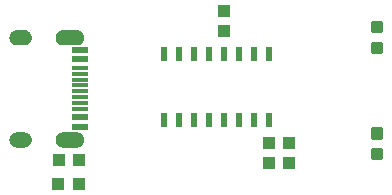
<source format=gtp>
G75*
%MOIN*%
%OFA0B0*%
%FSLAX24Y24*%
%IPPOS*%
%LPD*%
%AMOC8*
5,1,8,0,0,1.08239X$1,22.5*
%
%ADD10R,0.0433X0.0394*%
%ADD11R,0.0394X0.0433*%
%ADD12C,0.0118*%
%ADD13R,0.0236X0.0472*%
%ADD14R,0.0571X0.0118*%
%ADD15R,0.0571X0.0236*%
%ADD16R,0.0571X0.0217*%
%ADD17C,0.0004*%
D10*
X009822Y013983D03*
X010491Y013983D03*
X010511Y014783D03*
X009842Y014783D03*
D11*
X015346Y019099D03*
X015346Y019768D03*
X016846Y015368D03*
X017496Y015368D03*
X017496Y014699D03*
X016846Y014699D03*
D12*
X020308Y014850D02*
X020584Y014850D01*
X020308Y014850D02*
X020308Y015126D01*
X020584Y015126D01*
X020584Y014850D01*
X020584Y014967D02*
X020308Y014967D01*
X020308Y015084D02*
X020584Y015084D01*
X020584Y015541D02*
X020308Y015541D01*
X020308Y015817D01*
X020584Y015817D01*
X020584Y015541D01*
X020584Y015658D02*
X020308Y015658D01*
X020308Y015775D02*
X020584Y015775D01*
X020584Y018400D02*
X020308Y018400D01*
X020308Y018676D01*
X020584Y018676D01*
X020584Y018400D01*
X020584Y018517D02*
X020308Y018517D01*
X020308Y018634D02*
X020584Y018634D01*
X020584Y019091D02*
X020308Y019091D01*
X020308Y019367D01*
X020584Y019367D01*
X020584Y019091D01*
X020584Y019208D02*
X020308Y019208D01*
X020308Y019325D02*
X020584Y019325D01*
D13*
X016846Y018336D03*
X016346Y018336D03*
X015846Y018336D03*
X015346Y018336D03*
X014846Y018336D03*
X014346Y018336D03*
X013846Y018336D03*
X013346Y018336D03*
X013346Y016131D03*
X013846Y016131D03*
X014346Y016131D03*
X014846Y016131D03*
X015346Y016131D03*
X015846Y016131D03*
X016346Y016131D03*
X016846Y016131D03*
D14*
X010546Y016494D03*
X010546Y016691D03*
X010546Y016888D03*
X010546Y017085D03*
X010546Y017282D03*
X010546Y017479D03*
X010546Y017675D03*
X010546Y017872D03*
D15*
X010546Y018453D03*
X010546Y015914D03*
D16*
X010546Y016219D03*
X010546Y018148D03*
D17*
X010471Y018656D02*
X010420Y018648D01*
X009948Y018648D01*
X009898Y018656D01*
X009851Y018675D01*
X009810Y018704D01*
X009776Y018741D01*
X009751Y018785D01*
X009736Y018834D01*
X009733Y018884D01*
X009736Y018935D01*
X009737Y018935D02*
X010634Y018935D01*
X010634Y018937D02*
X009737Y018937D01*
X009736Y018935D02*
X009751Y018983D01*
X009776Y019027D01*
X009810Y019064D01*
X009851Y019093D01*
X009898Y019112D01*
X009948Y019120D01*
X010420Y019120D01*
X010464Y019114D01*
X010507Y019100D01*
X010545Y019077D01*
X010578Y019047D01*
X010605Y019012D01*
X010625Y018972D01*
X010636Y018929D01*
X010639Y018884D01*
X010635Y018833D01*
X010620Y018785D01*
X010595Y018740D01*
X010560Y018703D01*
X010518Y018674D01*
X010471Y018656D01*
X010474Y018657D02*
X009895Y018657D01*
X009889Y018660D02*
X010481Y018660D01*
X010487Y018662D02*
X009883Y018662D01*
X009877Y018664D02*
X010493Y018664D01*
X010499Y018667D02*
X009871Y018667D01*
X009865Y018669D02*
X010505Y018669D01*
X010511Y018672D02*
X009859Y018672D01*
X009853Y018674D02*
X010518Y018674D01*
X010521Y018677D02*
X009849Y018677D01*
X009845Y018679D02*
X010525Y018679D01*
X010528Y018681D02*
X009842Y018681D01*
X009838Y018684D02*
X010532Y018684D01*
X010536Y018686D02*
X009835Y018686D01*
X009831Y018689D02*
X010539Y018689D01*
X010543Y018691D02*
X009828Y018691D01*
X009824Y018694D02*
X010546Y018694D01*
X010550Y018696D02*
X009821Y018696D01*
X009817Y018699D02*
X010553Y018699D01*
X010557Y018701D02*
X009814Y018701D01*
X009810Y018703D02*
X010560Y018703D01*
X010563Y018706D02*
X009808Y018706D01*
X009806Y018708D02*
X010565Y018708D01*
X010567Y018711D02*
X009803Y018711D01*
X009801Y018713D02*
X010569Y018713D01*
X010572Y018716D02*
X009799Y018716D01*
X009797Y018718D02*
X010574Y018718D01*
X010576Y018720D02*
X009794Y018720D01*
X009792Y018723D02*
X010578Y018723D01*
X010581Y018725D02*
X009790Y018725D01*
X009788Y018728D02*
X010583Y018728D01*
X010585Y018730D02*
X009786Y018730D01*
X009783Y018733D02*
X010587Y018733D01*
X010590Y018735D02*
X009781Y018735D01*
X009779Y018738D02*
X010592Y018738D01*
X010594Y018740D02*
X009777Y018740D01*
X009775Y018742D02*
X010596Y018742D01*
X010597Y018745D02*
X009774Y018745D01*
X009772Y018747D02*
X010599Y018747D01*
X010600Y018750D02*
X009771Y018750D01*
X009769Y018752D02*
X010601Y018752D01*
X010603Y018755D02*
X009768Y018755D01*
X009767Y018757D02*
X010604Y018757D01*
X010606Y018759D02*
X009765Y018759D01*
X009764Y018762D02*
X010607Y018762D01*
X010608Y018764D02*
X009763Y018764D01*
X009761Y018767D02*
X010610Y018767D01*
X010611Y018769D02*
X009760Y018769D01*
X009758Y018772D02*
X010613Y018772D01*
X010614Y018774D02*
X009757Y018774D01*
X009756Y018776D02*
X010615Y018776D01*
X010617Y018779D02*
X009754Y018779D01*
X009753Y018781D02*
X010618Y018781D01*
X010620Y018784D02*
X009752Y018784D01*
X009751Y018786D02*
X010621Y018786D01*
X010621Y018789D02*
X009750Y018789D01*
X009749Y018791D02*
X010622Y018791D01*
X010623Y018794D02*
X009748Y018794D01*
X009748Y018796D02*
X010624Y018796D01*
X010624Y018798D02*
X009747Y018798D01*
X009746Y018801D02*
X010625Y018801D01*
X010626Y018803D02*
X009745Y018803D01*
X009745Y018806D02*
X010627Y018806D01*
X010627Y018808D02*
X009744Y018808D01*
X009743Y018811D02*
X010628Y018811D01*
X010629Y018813D02*
X009743Y018813D01*
X009742Y018815D02*
X010630Y018815D01*
X010630Y018818D02*
X009741Y018818D01*
X009740Y018820D02*
X010631Y018820D01*
X010632Y018823D02*
X009740Y018823D01*
X009739Y018825D02*
X010633Y018825D01*
X010633Y018828D02*
X009738Y018828D01*
X009737Y018830D02*
X010634Y018830D01*
X010635Y018833D02*
X009737Y018833D01*
X009736Y018835D02*
X010635Y018835D01*
X010635Y018837D02*
X009736Y018837D01*
X009736Y018840D02*
X010635Y018840D01*
X010636Y018842D02*
X009736Y018842D01*
X009736Y018845D02*
X010636Y018845D01*
X010636Y018847D02*
X009736Y018847D01*
X009735Y018850D02*
X010636Y018850D01*
X010636Y018852D02*
X009735Y018852D01*
X009735Y018854D02*
X010637Y018854D01*
X010637Y018857D02*
X009735Y018857D01*
X009735Y018859D02*
X010637Y018859D01*
X010637Y018862D02*
X009735Y018862D01*
X009734Y018864D02*
X010637Y018864D01*
X010637Y018867D02*
X009734Y018867D01*
X009734Y018869D02*
X010638Y018869D01*
X010638Y018872D02*
X009734Y018872D01*
X009734Y018874D02*
X010638Y018874D01*
X010638Y018876D02*
X009734Y018876D01*
X009734Y018879D02*
X010638Y018879D01*
X010638Y018881D02*
X009733Y018881D01*
X009733Y018884D02*
X010639Y018884D01*
X010639Y018886D02*
X009733Y018886D01*
X009733Y018889D02*
X010638Y018889D01*
X010638Y018891D02*
X009734Y018891D01*
X009734Y018893D02*
X010638Y018893D01*
X010638Y018896D02*
X009734Y018896D01*
X009734Y018898D02*
X010638Y018898D01*
X010638Y018901D02*
X009734Y018901D01*
X009734Y018903D02*
X010638Y018903D01*
X010637Y018906D02*
X009735Y018906D01*
X009735Y018908D02*
X010637Y018908D01*
X010637Y018911D02*
X009735Y018911D01*
X009735Y018913D02*
X010637Y018913D01*
X010637Y018915D02*
X009735Y018915D01*
X009735Y018918D02*
X010637Y018918D01*
X010637Y018920D02*
X009736Y018920D01*
X009736Y018923D02*
X010636Y018923D01*
X010636Y018925D02*
X009736Y018925D01*
X009736Y018928D02*
X010636Y018928D01*
X010636Y018930D02*
X009736Y018930D01*
X009736Y018932D02*
X010635Y018932D01*
X010633Y018940D02*
X009738Y018940D01*
X009739Y018942D02*
X010633Y018942D01*
X010632Y018945D02*
X009739Y018945D01*
X009740Y018947D02*
X010631Y018947D01*
X010631Y018950D02*
X009741Y018950D01*
X009742Y018952D02*
X010630Y018952D01*
X010629Y018954D02*
X009742Y018954D01*
X009743Y018957D02*
X010629Y018957D01*
X010628Y018959D02*
X009744Y018959D01*
X009745Y018962D02*
X010627Y018962D01*
X010627Y018964D02*
X009745Y018964D01*
X009746Y018967D02*
X010626Y018967D01*
X010626Y018969D02*
X009747Y018969D01*
X009747Y018971D02*
X010625Y018971D01*
X010624Y018974D02*
X009748Y018974D01*
X009749Y018976D02*
X010623Y018976D01*
X010621Y018979D02*
X009750Y018979D01*
X009750Y018981D02*
X010620Y018981D01*
X010619Y018984D02*
X009751Y018984D01*
X009753Y018986D02*
X010618Y018986D01*
X010617Y018989D02*
X009754Y018989D01*
X009755Y018991D02*
X010615Y018991D01*
X010614Y018993D02*
X009757Y018993D01*
X009758Y018996D02*
X010613Y018996D01*
X010612Y018998D02*
X009759Y018998D01*
X009761Y019001D02*
X010611Y019001D01*
X010610Y019003D02*
X009762Y019003D01*
X009764Y019006D02*
X010608Y019006D01*
X010607Y019008D02*
X009765Y019008D01*
X009766Y019010D02*
X010606Y019010D01*
X010605Y019013D02*
X009768Y019013D01*
X009769Y019015D02*
X010603Y019015D01*
X010601Y019018D02*
X009770Y019018D01*
X009772Y019020D02*
X010599Y019020D01*
X010597Y019023D02*
X009773Y019023D01*
X009775Y019025D02*
X010595Y019025D01*
X010593Y019028D02*
X009776Y019028D01*
X009778Y019030D02*
X010592Y019030D01*
X010590Y019032D02*
X009781Y019032D01*
X009783Y019035D02*
X010588Y019035D01*
X010586Y019037D02*
X009785Y019037D01*
X009787Y019040D02*
X010584Y019040D01*
X010582Y019042D02*
X009789Y019042D01*
X009792Y019045D02*
X010581Y019045D01*
X010579Y019047D02*
X009794Y019047D01*
X009796Y019049D02*
X010576Y019049D01*
X010573Y019052D02*
X009798Y019052D01*
X009800Y019054D02*
X010571Y019054D01*
X010568Y019057D02*
X009803Y019057D01*
X009805Y019059D02*
X010565Y019059D01*
X010562Y019062D02*
X009807Y019062D01*
X009809Y019064D02*
X010560Y019064D01*
X010557Y019067D02*
X009813Y019067D01*
X009816Y019069D02*
X010554Y019069D01*
X010551Y019071D02*
X009820Y019071D01*
X009823Y019074D02*
X010549Y019074D01*
X010546Y019076D02*
X009827Y019076D01*
X009830Y019079D02*
X010542Y019079D01*
X010538Y019081D02*
X009834Y019081D01*
X009837Y019084D02*
X010534Y019084D01*
X010530Y019086D02*
X009841Y019086D01*
X009844Y019088D02*
X010526Y019088D01*
X010521Y019091D02*
X009848Y019091D01*
X009851Y019093D02*
X010517Y019093D01*
X010513Y019096D02*
X009857Y019096D01*
X009863Y019098D02*
X010509Y019098D01*
X010504Y019101D02*
X009869Y019101D01*
X009875Y019103D02*
X010497Y019103D01*
X010490Y019106D02*
X009881Y019106D01*
X009887Y019108D02*
X010483Y019108D01*
X010475Y019110D02*
X009893Y019110D01*
X009901Y019113D02*
X010468Y019113D01*
X010457Y019115D02*
X009916Y019115D01*
X009932Y019118D02*
X010439Y019118D01*
X010422Y019120D02*
X009947Y019120D01*
X009906Y018655D02*
X010464Y018655D01*
X010448Y018652D02*
X009921Y018652D01*
X009936Y018650D02*
X010432Y018650D01*
X008890Y018838D02*
X008876Y018793D01*
X008854Y018753D01*
X008824Y018717D01*
X008788Y018687D01*
X008747Y018666D01*
X008703Y018652D01*
X008656Y018648D01*
X008420Y018648D01*
X008374Y018653D01*
X008330Y018666D01*
X008290Y018688D01*
X008254Y018717D01*
X008225Y018753D01*
X008203Y018794D01*
X008190Y018838D01*
X008186Y018884D01*
X008192Y018936D01*
X008209Y018986D01*
X008871Y018986D01*
X008871Y018987D02*
X008888Y018937D01*
X008192Y018937D01*
X008191Y018935D02*
X008889Y018935D01*
X008888Y018937D02*
X008895Y018884D01*
X008890Y018838D01*
X008890Y018837D02*
X008191Y018837D01*
X008191Y018835D02*
X008889Y018835D01*
X008888Y018833D02*
X008192Y018833D01*
X008193Y018830D02*
X008887Y018830D01*
X008887Y018828D02*
X008193Y018828D01*
X008194Y018825D02*
X008886Y018825D01*
X008885Y018823D02*
X008195Y018823D01*
X008196Y018820D02*
X008884Y018820D01*
X008884Y018818D02*
X008196Y018818D01*
X008197Y018815D02*
X008883Y018815D01*
X008882Y018813D02*
X008198Y018813D01*
X008199Y018811D02*
X008881Y018811D01*
X008881Y018808D02*
X008199Y018808D01*
X008200Y018806D02*
X008880Y018806D01*
X008879Y018803D02*
X008201Y018803D01*
X008201Y018801D02*
X008878Y018801D01*
X008878Y018798D02*
X008202Y018798D01*
X008203Y018796D02*
X008877Y018796D01*
X008876Y018794D02*
X008204Y018794D01*
X008205Y018791D02*
X008875Y018791D01*
X008874Y018789D02*
X008206Y018789D01*
X008208Y018786D02*
X008872Y018786D01*
X008871Y018784D02*
X008209Y018784D01*
X008210Y018781D02*
X008870Y018781D01*
X008868Y018779D02*
X008211Y018779D01*
X008213Y018776D02*
X008867Y018776D01*
X008866Y018774D02*
X008214Y018774D01*
X008215Y018772D02*
X008864Y018772D01*
X008863Y018769D02*
X008217Y018769D01*
X008218Y018767D02*
X008862Y018767D01*
X008860Y018764D02*
X008219Y018764D01*
X008220Y018762D02*
X008859Y018762D01*
X008858Y018759D02*
X008222Y018759D01*
X008223Y018757D02*
X008857Y018757D01*
X008855Y018755D02*
X008224Y018755D01*
X008226Y018752D02*
X008854Y018752D01*
X008852Y018750D02*
X008228Y018750D01*
X008230Y018747D02*
X008850Y018747D01*
X008848Y018745D02*
X008232Y018745D01*
X008234Y018742D02*
X008846Y018742D01*
X008844Y018740D02*
X008236Y018740D01*
X008238Y018738D02*
X008842Y018738D01*
X008840Y018735D02*
X008240Y018735D01*
X008242Y018733D02*
X008838Y018733D01*
X008836Y018730D02*
X008244Y018730D01*
X008246Y018728D02*
X008834Y018728D01*
X008832Y018725D02*
X008248Y018725D01*
X008250Y018723D02*
X008830Y018723D01*
X008828Y018720D02*
X008252Y018720D01*
X008254Y018718D02*
X008826Y018718D01*
X008823Y018716D02*
X008256Y018716D01*
X008259Y018713D02*
X008820Y018713D01*
X008817Y018711D02*
X008262Y018711D01*
X008265Y018708D02*
X008814Y018708D01*
X008811Y018706D02*
X008268Y018706D01*
X008271Y018703D02*
X008808Y018703D01*
X008805Y018701D02*
X008274Y018701D01*
X008277Y018699D02*
X008802Y018699D01*
X008799Y018696D02*
X008280Y018696D01*
X008283Y018694D02*
X008796Y018694D01*
X008793Y018691D02*
X008286Y018691D01*
X008289Y018689D02*
X008790Y018689D01*
X008786Y018686D02*
X008293Y018686D01*
X008297Y018684D02*
X008782Y018684D01*
X008777Y018681D02*
X008302Y018681D01*
X008306Y018679D02*
X008773Y018679D01*
X008768Y018677D02*
X008311Y018677D01*
X008316Y018674D02*
X008763Y018674D01*
X008759Y018672D02*
X008320Y018672D01*
X008325Y018669D02*
X008754Y018669D01*
X008750Y018667D02*
X008329Y018667D01*
X008336Y018664D02*
X008743Y018664D01*
X008735Y018662D02*
X008344Y018662D01*
X008352Y018660D02*
X008727Y018660D01*
X008719Y018657D02*
X008360Y018657D01*
X008368Y018655D02*
X008711Y018655D01*
X008702Y018652D02*
X008378Y018652D01*
X008402Y018650D02*
X008676Y018650D01*
X008890Y018840D02*
X008190Y018840D01*
X008190Y018842D02*
X008890Y018842D01*
X008891Y018845D02*
X008190Y018845D01*
X008189Y018847D02*
X008891Y018847D01*
X008891Y018850D02*
X008189Y018850D01*
X008189Y018852D02*
X008891Y018852D01*
X008892Y018854D02*
X008189Y018854D01*
X008189Y018857D02*
X008892Y018857D01*
X008892Y018859D02*
X008188Y018859D01*
X008188Y018862D02*
X008892Y018862D01*
X008893Y018864D02*
X008188Y018864D01*
X008188Y018867D02*
X008893Y018867D01*
X008893Y018869D02*
X008187Y018869D01*
X008187Y018872D02*
X008893Y018872D01*
X008894Y018874D02*
X008187Y018874D01*
X008187Y018876D02*
X008894Y018876D01*
X008894Y018879D02*
X008186Y018879D01*
X008186Y018881D02*
X008894Y018881D01*
X008895Y018884D02*
X008186Y018884D01*
X008186Y018886D02*
X008894Y018886D01*
X008894Y018889D02*
X008186Y018889D01*
X008187Y018891D02*
X008894Y018891D01*
X008894Y018893D02*
X008187Y018893D01*
X008187Y018896D02*
X008893Y018896D01*
X008893Y018898D02*
X008187Y018898D01*
X008188Y018901D02*
X008893Y018901D01*
X008892Y018903D02*
X008188Y018903D01*
X008188Y018906D02*
X008892Y018906D01*
X008892Y018908D02*
X008189Y018908D01*
X008189Y018911D02*
X008892Y018911D01*
X008891Y018913D02*
X008189Y018913D01*
X008189Y018915D02*
X008891Y018915D01*
X008891Y018918D02*
X008190Y018918D01*
X008190Y018920D02*
X008890Y018920D01*
X008890Y018923D02*
X008190Y018923D01*
X008190Y018925D02*
X008890Y018925D01*
X008890Y018928D02*
X008191Y018928D01*
X008191Y018930D02*
X008889Y018930D01*
X008889Y018932D02*
X008191Y018932D01*
X008193Y018940D02*
X008887Y018940D01*
X008887Y018942D02*
X008194Y018942D01*
X008194Y018945D02*
X008886Y018945D01*
X008885Y018947D02*
X008195Y018947D01*
X008196Y018950D02*
X008884Y018950D01*
X008883Y018952D02*
X008197Y018952D01*
X008198Y018954D02*
X008882Y018954D01*
X008881Y018957D02*
X008199Y018957D01*
X008199Y018959D02*
X008880Y018959D01*
X008880Y018962D02*
X008200Y018962D01*
X008201Y018964D02*
X008879Y018964D01*
X008878Y018967D02*
X008202Y018967D01*
X008203Y018969D02*
X008877Y018969D01*
X008876Y018971D02*
X008204Y018971D01*
X008205Y018974D02*
X008875Y018974D01*
X008874Y018976D02*
X008205Y018976D01*
X008206Y018979D02*
X008874Y018979D01*
X008873Y018981D02*
X008207Y018981D01*
X008208Y018984D02*
X008872Y018984D01*
X008871Y018987D02*
X008842Y019032D01*
X008805Y019069D01*
X008275Y019069D01*
X008274Y019068D02*
X008318Y019097D01*
X008368Y019114D01*
X008420Y019120D01*
X008656Y019120D01*
X008709Y019115D01*
X008759Y019097D01*
X008805Y019069D01*
X008807Y019067D02*
X008272Y019067D01*
X008274Y019068D02*
X008237Y019031D01*
X008209Y018986D01*
X008210Y018989D02*
X008870Y018989D01*
X008868Y018991D02*
X008212Y018991D01*
X008213Y018993D02*
X008867Y018993D01*
X008865Y018996D02*
X008215Y018996D01*
X008216Y018998D02*
X008863Y018998D01*
X008862Y019001D02*
X008218Y019001D01*
X008219Y019003D02*
X008860Y019003D01*
X008859Y019006D02*
X008221Y019006D01*
X008222Y019008D02*
X008857Y019008D01*
X008856Y019010D02*
X008224Y019010D01*
X008225Y019013D02*
X008854Y019013D01*
X008853Y019015D02*
X008227Y019015D01*
X008228Y019018D02*
X008851Y019018D01*
X008850Y019020D02*
X008230Y019020D01*
X008231Y019023D02*
X008848Y019023D01*
X008846Y019025D02*
X008233Y019025D01*
X008234Y019028D02*
X008845Y019028D01*
X008843Y019030D02*
X008236Y019030D01*
X008238Y019032D02*
X008842Y019032D01*
X008839Y019035D02*
X008240Y019035D01*
X008243Y019037D02*
X008837Y019037D01*
X008834Y019040D02*
X008245Y019040D01*
X008248Y019042D02*
X008832Y019042D01*
X008829Y019045D02*
X008250Y019045D01*
X008253Y019047D02*
X008827Y019047D01*
X008824Y019049D02*
X008255Y019049D01*
X008257Y019052D02*
X008822Y019052D01*
X008820Y019054D02*
X008260Y019054D01*
X008262Y019057D02*
X008817Y019057D01*
X008815Y019059D02*
X008265Y019059D01*
X008267Y019062D02*
X008812Y019062D01*
X008810Y019064D02*
X008269Y019064D01*
X008278Y019071D02*
X008801Y019071D01*
X008797Y019074D02*
X008282Y019074D01*
X008286Y019076D02*
X008793Y019076D01*
X008789Y019079D02*
X008290Y019079D01*
X008294Y019081D02*
X008785Y019081D01*
X008781Y019084D02*
X008298Y019084D01*
X008302Y019086D02*
X008777Y019086D01*
X008774Y019088D02*
X008305Y019088D01*
X008309Y019091D02*
X008770Y019091D01*
X008766Y019093D02*
X008313Y019093D01*
X008317Y019096D02*
X008762Y019096D01*
X008757Y019098D02*
X008323Y019098D01*
X008330Y019101D02*
X008750Y019101D01*
X008743Y019103D02*
X008336Y019103D01*
X008343Y019106D02*
X008736Y019106D01*
X008728Y019108D02*
X008350Y019108D01*
X008357Y019110D02*
X008721Y019110D01*
X008714Y019113D02*
X008364Y019113D01*
X008377Y019115D02*
X008703Y019115D01*
X008681Y019118D02*
X008398Y019118D01*
X008419Y019120D02*
X008658Y019120D01*
X008656Y015719D02*
X008420Y015719D01*
X008368Y015713D01*
X008318Y015695D01*
X008274Y015667D01*
X008237Y015629D01*
X008209Y015585D01*
X008192Y015535D01*
X008888Y015535D01*
X008895Y015483D01*
X008890Y015436D01*
X008876Y015392D01*
X008854Y015351D01*
X008824Y015315D01*
X008788Y015286D01*
X008747Y015264D01*
X008703Y015251D01*
X008656Y015246D01*
X008420Y015246D01*
X008374Y015251D01*
X008330Y015265D01*
X008290Y015287D01*
X008254Y015316D01*
X008225Y015352D01*
X008855Y015352D01*
X008856Y015355D02*
X008224Y015355D01*
X008222Y015357D02*
X008857Y015357D01*
X008859Y015359D02*
X008221Y015359D01*
X008220Y015362D02*
X008860Y015362D01*
X008861Y015364D02*
X008218Y015364D01*
X008217Y015367D02*
X008863Y015367D01*
X008864Y015369D02*
X008216Y015369D01*
X008214Y015372D02*
X008865Y015372D01*
X008867Y015374D02*
X008213Y015374D01*
X008212Y015377D02*
X008868Y015377D01*
X008869Y015379D02*
X008211Y015379D01*
X008209Y015381D02*
X008871Y015381D01*
X008872Y015384D02*
X008208Y015384D01*
X008207Y015386D02*
X008873Y015386D01*
X008874Y015389D02*
X008205Y015389D01*
X008204Y015391D02*
X008876Y015391D01*
X008877Y015394D02*
X008203Y015394D01*
X008203Y015392D02*
X008190Y015437D01*
X008186Y015483D01*
X008192Y015535D01*
X008192Y015537D02*
X008888Y015537D01*
X008888Y015535D02*
X008871Y015585D01*
X008842Y015630D01*
X008805Y015668D01*
X008759Y015696D01*
X008320Y015696D01*
X008316Y015693D02*
X008763Y015693D01*
X008759Y015696D02*
X008709Y015713D01*
X008656Y015719D01*
X008666Y015718D02*
X008411Y015718D01*
X008391Y015715D02*
X008688Y015715D01*
X008710Y015713D02*
X008370Y015713D01*
X008362Y015710D02*
X008717Y015710D01*
X008724Y015708D02*
X008355Y015708D01*
X008348Y015706D02*
X008731Y015706D01*
X008738Y015703D02*
X008341Y015703D01*
X008334Y015701D02*
X008745Y015701D01*
X008752Y015698D02*
X008327Y015698D01*
X008312Y015691D02*
X008767Y015691D01*
X008771Y015688D02*
X008308Y015688D01*
X008304Y015686D02*
X008775Y015686D01*
X008779Y015684D02*
X008300Y015684D01*
X008296Y015681D02*
X008783Y015681D01*
X008787Y015679D02*
X008293Y015679D01*
X008289Y015676D02*
X008791Y015676D01*
X008794Y015674D02*
X008285Y015674D01*
X008281Y015671D02*
X008798Y015671D01*
X008802Y015669D02*
X008277Y015669D01*
X008273Y015667D02*
X008806Y015667D01*
X008808Y015664D02*
X008271Y015664D01*
X008269Y015662D02*
X008811Y015662D01*
X008813Y015659D02*
X008266Y015659D01*
X008264Y015657D02*
X008815Y015657D01*
X008818Y015654D02*
X008261Y015654D01*
X008259Y015652D02*
X008820Y015652D01*
X008823Y015650D02*
X008257Y015650D01*
X008254Y015647D02*
X008825Y015647D01*
X008828Y015645D02*
X008252Y015645D01*
X008249Y015642D02*
X008830Y015642D01*
X008833Y015640D02*
X008247Y015640D01*
X008244Y015637D02*
X008835Y015637D01*
X008838Y015635D02*
X008242Y015635D01*
X008240Y015632D02*
X008840Y015632D01*
X008842Y015630D02*
X008237Y015630D01*
X008235Y015628D02*
X008844Y015628D01*
X008845Y015625D02*
X008234Y015625D01*
X008232Y015623D02*
X008847Y015623D01*
X008849Y015620D02*
X008231Y015620D01*
X008229Y015618D02*
X008850Y015618D01*
X008852Y015615D02*
X008228Y015615D01*
X008226Y015613D02*
X008853Y015613D01*
X008855Y015611D02*
X008225Y015611D01*
X008223Y015608D02*
X008856Y015608D01*
X008858Y015606D02*
X008222Y015606D01*
X008220Y015603D02*
X008859Y015603D01*
X008861Y015601D02*
X008219Y015601D01*
X008217Y015598D02*
X008862Y015598D01*
X008864Y015596D02*
X008216Y015596D01*
X008214Y015593D02*
X008866Y015593D01*
X008867Y015591D02*
X008213Y015591D01*
X008211Y015589D02*
X008869Y015589D01*
X008870Y015586D02*
X008210Y015586D01*
X008208Y015584D02*
X008871Y015584D01*
X008872Y015581D02*
X008208Y015581D01*
X008207Y015579D02*
X008873Y015579D01*
X008874Y015576D02*
X008206Y015576D01*
X008205Y015574D02*
X008875Y015574D01*
X008876Y015572D02*
X008204Y015572D01*
X008203Y015569D02*
X008876Y015569D01*
X008877Y015567D02*
X008203Y015567D01*
X008202Y015564D02*
X008878Y015564D01*
X008879Y015562D02*
X008201Y015562D01*
X008200Y015559D02*
X008880Y015559D01*
X008881Y015557D02*
X008199Y015557D01*
X008198Y015554D02*
X008882Y015554D01*
X008883Y015552D02*
X008198Y015552D01*
X008197Y015550D02*
X008883Y015550D01*
X008884Y015547D02*
X008196Y015547D01*
X008195Y015545D02*
X008885Y015545D01*
X008886Y015542D02*
X008194Y015542D01*
X008193Y015540D02*
X008887Y015540D01*
X008889Y015533D02*
X008191Y015533D01*
X008191Y015530D02*
X008889Y015530D01*
X008889Y015528D02*
X008191Y015528D01*
X008191Y015525D02*
X008890Y015525D01*
X008890Y015523D02*
X008190Y015523D01*
X008190Y015520D02*
X008890Y015520D01*
X008890Y015518D02*
X008190Y015518D01*
X008190Y015515D02*
X008891Y015515D01*
X008891Y015513D02*
X008189Y015513D01*
X008189Y015511D02*
X008891Y015511D01*
X008892Y015508D02*
X008189Y015508D01*
X008188Y015506D02*
X008892Y015506D01*
X008892Y015503D02*
X008188Y015503D01*
X008188Y015501D02*
X008892Y015501D01*
X008893Y015498D02*
X008188Y015498D01*
X008187Y015496D02*
X008893Y015496D01*
X008893Y015494D02*
X008187Y015494D01*
X008187Y015491D02*
X008894Y015491D01*
X008894Y015489D02*
X008187Y015489D01*
X008186Y015486D02*
X008894Y015486D01*
X008894Y015484D02*
X008186Y015484D01*
X008186Y015481D02*
X008894Y015481D01*
X008894Y015479D02*
X008186Y015479D01*
X008187Y015476D02*
X008894Y015476D01*
X008894Y015474D02*
X008187Y015474D01*
X008187Y015472D02*
X008893Y015472D01*
X008893Y015469D02*
X008187Y015469D01*
X008187Y015467D02*
X008893Y015467D01*
X008893Y015464D02*
X008188Y015464D01*
X008188Y015462D02*
X008892Y015462D01*
X008892Y015459D02*
X008188Y015459D01*
X008188Y015457D02*
X008892Y015457D01*
X008892Y015455D02*
X008189Y015455D01*
X008189Y015452D02*
X008891Y015452D01*
X008891Y015450D02*
X008189Y015450D01*
X008189Y015447D02*
X008891Y015447D01*
X008891Y015445D02*
X008190Y015445D01*
X008190Y015442D02*
X008890Y015442D01*
X008890Y015440D02*
X008190Y015440D01*
X008190Y015437D02*
X008890Y015437D01*
X008889Y015435D02*
X008191Y015435D01*
X008191Y015433D02*
X008889Y015433D01*
X008888Y015430D02*
X008192Y015430D01*
X008193Y015428D02*
X008887Y015428D01*
X008886Y015425D02*
X008194Y015425D01*
X008194Y015423D02*
X008886Y015423D01*
X008885Y015420D02*
X008195Y015420D01*
X008196Y015418D02*
X008884Y015418D01*
X008883Y015416D02*
X008197Y015416D01*
X008197Y015413D02*
X008883Y015413D01*
X008882Y015411D02*
X008198Y015411D01*
X008199Y015408D02*
X008881Y015408D01*
X008880Y015406D02*
X008199Y015406D01*
X008200Y015403D02*
X008880Y015403D01*
X008879Y015401D02*
X008201Y015401D01*
X008202Y015398D02*
X008878Y015398D01*
X008877Y015396D02*
X008202Y015396D01*
X008203Y015392D02*
X008225Y015352D01*
X008227Y015350D02*
X008853Y015350D01*
X008851Y015347D02*
X008229Y015347D01*
X008231Y015345D02*
X008849Y015345D01*
X008847Y015342D02*
X008233Y015342D01*
X008235Y015340D02*
X008845Y015340D01*
X008843Y015338D02*
X008237Y015338D01*
X008239Y015335D02*
X008841Y015335D01*
X008839Y015333D02*
X008241Y015333D01*
X008243Y015330D02*
X008837Y015330D01*
X008835Y015328D02*
X008244Y015328D01*
X008246Y015325D02*
X008833Y015325D01*
X008831Y015323D02*
X008248Y015323D01*
X008250Y015320D02*
X008829Y015320D01*
X008827Y015318D02*
X008252Y015318D01*
X008255Y015316D02*
X008825Y015316D01*
X008822Y015313D02*
X008257Y015313D01*
X008260Y015311D02*
X008819Y015311D01*
X008816Y015308D02*
X008263Y015308D01*
X008266Y015306D02*
X008813Y015306D01*
X008810Y015303D02*
X008269Y015303D01*
X008272Y015301D02*
X008807Y015301D01*
X008804Y015299D02*
X008275Y015299D01*
X008278Y015296D02*
X008801Y015296D01*
X008798Y015294D02*
X008281Y015294D01*
X008284Y015291D02*
X008795Y015291D01*
X008792Y015289D02*
X008287Y015289D01*
X008290Y015286D02*
X008789Y015286D01*
X008785Y015284D02*
X008294Y015284D01*
X008299Y015281D02*
X008780Y015281D01*
X008776Y015279D02*
X008304Y015279D01*
X008308Y015277D02*
X008771Y015277D01*
X008766Y015274D02*
X008313Y015274D01*
X008317Y015272D02*
X008762Y015272D01*
X008757Y015269D02*
X008322Y015269D01*
X008326Y015267D02*
X008753Y015267D01*
X008748Y015264D02*
X008331Y015264D01*
X008339Y015262D02*
X008740Y015262D01*
X008732Y015260D02*
X008347Y015260D01*
X008355Y015257D02*
X008724Y015257D01*
X008716Y015255D02*
X008363Y015255D01*
X008370Y015252D02*
X008708Y015252D01*
X008693Y015250D02*
X008386Y015250D01*
X008410Y015247D02*
X008667Y015247D01*
X009736Y015432D02*
X009733Y015483D01*
X009736Y015533D01*
X009751Y015581D01*
X010619Y015581D01*
X010621Y015579D02*
X009750Y015579D01*
X009751Y015581D02*
X009776Y015625D01*
X009775Y015625D02*
X010594Y015625D01*
X010596Y015623D02*
X009774Y015623D01*
X009776Y015625D02*
X009810Y015663D01*
X009851Y015692D01*
X009898Y015711D01*
X009948Y015719D01*
X010420Y015719D01*
X010464Y015713D01*
X010507Y015698D01*
X010545Y015676D01*
X010578Y015646D01*
X010605Y015610D01*
X010625Y015570D01*
X010636Y015527D01*
X010639Y015483D01*
X010635Y015432D01*
X010620Y015383D01*
X010595Y015339D01*
X010560Y015301D01*
X010518Y015273D01*
X010471Y015254D01*
X010420Y015246D01*
X009948Y015246D01*
X009898Y015254D01*
X009851Y015273D01*
X009810Y015302D01*
X009776Y015340D01*
X009751Y015384D01*
X010620Y015384D01*
X010621Y015386D02*
X009750Y015386D01*
X009751Y015384D02*
X009736Y015432D01*
X009736Y015433D02*
X010635Y015433D01*
X010635Y015435D02*
X009736Y015435D01*
X009736Y015437D02*
X010635Y015437D01*
X010636Y015440D02*
X009736Y015440D01*
X009736Y015442D02*
X010636Y015442D01*
X010636Y015445D02*
X009736Y015445D01*
X009735Y015447D02*
X010636Y015447D01*
X010636Y015450D02*
X009735Y015450D01*
X009735Y015452D02*
X010636Y015452D01*
X010637Y015455D02*
X009735Y015455D01*
X009735Y015457D02*
X010637Y015457D01*
X010637Y015459D02*
X009735Y015459D01*
X009735Y015462D02*
X010637Y015462D01*
X010637Y015464D02*
X009734Y015464D01*
X009734Y015467D02*
X010638Y015467D01*
X010638Y015469D02*
X009734Y015469D01*
X009734Y015472D02*
X010638Y015472D01*
X010638Y015474D02*
X009734Y015474D01*
X009734Y015476D02*
X010638Y015476D01*
X010638Y015479D02*
X009733Y015479D01*
X009733Y015481D02*
X010639Y015481D01*
X010639Y015484D02*
X009733Y015484D01*
X009733Y015486D02*
X010638Y015486D01*
X010638Y015489D02*
X009734Y015489D01*
X009734Y015491D02*
X010638Y015491D01*
X010638Y015494D02*
X009734Y015494D01*
X009734Y015496D02*
X010638Y015496D01*
X010638Y015498D02*
X009734Y015498D01*
X009734Y015501D02*
X010638Y015501D01*
X010637Y015503D02*
X009735Y015503D01*
X009735Y015506D02*
X010637Y015506D01*
X010637Y015508D02*
X009735Y015508D01*
X009735Y015511D02*
X010637Y015511D01*
X010637Y015513D02*
X009735Y015513D01*
X009735Y015515D02*
X010637Y015515D01*
X010637Y015518D02*
X009735Y015518D01*
X009736Y015520D02*
X010636Y015520D01*
X010636Y015523D02*
X009736Y015523D01*
X009736Y015525D02*
X010636Y015525D01*
X010636Y015528D02*
X009736Y015528D01*
X009736Y015530D02*
X010635Y015530D01*
X010635Y015533D02*
X009736Y015533D01*
X009737Y015535D02*
X010634Y015535D01*
X010633Y015537D02*
X009738Y015537D01*
X009738Y015540D02*
X010633Y015540D01*
X010632Y015542D02*
X009739Y015542D01*
X009740Y015545D02*
X010631Y015545D01*
X010631Y015547D02*
X009741Y015547D01*
X009741Y015550D02*
X010630Y015550D01*
X010630Y015552D02*
X009742Y015552D01*
X009743Y015554D02*
X010629Y015554D01*
X010628Y015557D02*
X009744Y015557D01*
X009744Y015559D02*
X010628Y015559D01*
X010627Y015562D02*
X009745Y015562D01*
X009746Y015564D02*
X010626Y015564D01*
X010626Y015567D02*
X009746Y015567D01*
X009747Y015569D02*
X010625Y015569D01*
X010624Y015572D02*
X009748Y015572D01*
X009749Y015574D02*
X010623Y015574D01*
X010622Y015576D02*
X009749Y015576D01*
X009752Y015584D02*
X010618Y015584D01*
X010617Y015586D02*
X009753Y015586D01*
X009755Y015589D02*
X010616Y015589D01*
X010615Y015591D02*
X009756Y015591D01*
X009758Y015593D02*
X010614Y015593D01*
X010612Y015596D02*
X009759Y015596D01*
X009760Y015598D02*
X010611Y015598D01*
X010610Y015601D02*
X009762Y015601D01*
X009763Y015603D02*
X010609Y015603D01*
X010608Y015606D02*
X009764Y015606D01*
X009766Y015608D02*
X010606Y015608D01*
X010605Y015611D02*
X009767Y015611D01*
X009769Y015613D02*
X010603Y015613D01*
X010601Y015615D02*
X009770Y015615D01*
X009771Y015618D02*
X010600Y015618D01*
X010598Y015620D02*
X009773Y015620D01*
X009778Y015628D02*
X010592Y015628D01*
X010590Y015630D02*
X009780Y015630D01*
X009782Y015632D02*
X010589Y015632D01*
X010587Y015635D02*
X009784Y015635D01*
X009786Y015637D02*
X010585Y015637D01*
X010583Y015640D02*
X009789Y015640D01*
X009791Y015642D02*
X010581Y015642D01*
X010579Y015645D02*
X009793Y015645D01*
X009795Y015647D02*
X010577Y015647D01*
X010574Y015650D02*
X009797Y015650D01*
X009800Y015652D02*
X010572Y015652D01*
X010569Y015654D02*
X009802Y015654D01*
X009804Y015657D02*
X010566Y015657D01*
X010563Y015659D02*
X009806Y015659D01*
X009809Y015662D02*
X010561Y015662D01*
X010558Y015664D02*
X009811Y015664D01*
X009815Y015667D02*
X010555Y015667D01*
X010552Y015669D02*
X009818Y015669D01*
X009822Y015671D02*
X010550Y015671D01*
X010547Y015674D02*
X009825Y015674D01*
X009829Y015676D02*
X010544Y015676D01*
X010540Y015679D02*
X009832Y015679D01*
X009836Y015681D02*
X010535Y015681D01*
X010531Y015684D02*
X009839Y015684D01*
X009843Y015686D02*
X010527Y015686D01*
X010523Y015688D02*
X009846Y015688D01*
X009850Y015691D02*
X010519Y015691D01*
X010515Y015693D02*
X009855Y015693D01*
X009861Y015696D02*
X010510Y015696D01*
X010506Y015698D02*
X009867Y015698D01*
X009873Y015701D02*
X010499Y015701D01*
X010492Y015703D02*
X009879Y015703D01*
X009885Y015706D02*
X010485Y015706D01*
X010478Y015708D02*
X009891Y015708D01*
X009897Y015710D02*
X010471Y015710D01*
X010463Y015713D02*
X009911Y015713D01*
X009926Y015715D02*
X010445Y015715D01*
X010428Y015718D02*
X009941Y015718D01*
X009737Y015430D02*
X010634Y015430D01*
X010634Y015428D02*
X009738Y015428D01*
X009738Y015425D02*
X010633Y015425D01*
X010632Y015423D02*
X009739Y015423D01*
X009740Y015420D02*
X010631Y015420D01*
X010631Y015418D02*
X009741Y015418D01*
X009741Y015416D02*
X010630Y015416D01*
X010629Y015413D02*
X009742Y015413D01*
X009743Y015411D02*
X010629Y015411D01*
X010628Y015408D02*
X009744Y015408D01*
X009744Y015406D02*
X010627Y015406D01*
X010626Y015403D02*
X009745Y015403D01*
X009746Y015401D02*
X010626Y015401D01*
X010625Y015398D02*
X009746Y015398D01*
X009747Y015396D02*
X010624Y015396D01*
X010623Y015394D02*
X009748Y015394D01*
X009749Y015391D02*
X010623Y015391D01*
X010622Y015389D02*
X009749Y015389D01*
X009752Y015381D02*
X010619Y015381D01*
X010618Y015379D02*
X009753Y015379D01*
X009755Y015377D02*
X010616Y015377D01*
X010615Y015374D02*
X009756Y015374D01*
X009758Y015372D02*
X010613Y015372D01*
X010612Y015369D02*
X009759Y015369D01*
X009760Y015367D02*
X010611Y015367D01*
X010609Y015364D02*
X009762Y015364D01*
X009763Y015362D02*
X010608Y015362D01*
X010606Y015359D02*
X009764Y015359D01*
X009766Y015357D02*
X010605Y015357D01*
X010604Y015355D02*
X009767Y015355D01*
X009769Y015352D02*
X010602Y015352D01*
X010601Y015350D02*
X009770Y015350D01*
X009771Y015347D02*
X010599Y015347D01*
X010598Y015345D02*
X009773Y015345D01*
X009774Y015342D02*
X010597Y015342D01*
X010595Y015340D02*
X009775Y015340D01*
X009778Y015338D02*
X010593Y015338D01*
X010591Y015335D02*
X009780Y015335D01*
X009782Y015333D02*
X010589Y015333D01*
X010587Y015330D02*
X009784Y015330D01*
X009786Y015328D02*
X010584Y015328D01*
X010582Y015325D02*
X009789Y015325D01*
X009791Y015323D02*
X010580Y015323D01*
X010578Y015320D02*
X009793Y015320D01*
X009795Y015318D02*
X010575Y015318D01*
X010573Y015316D02*
X009797Y015316D01*
X009800Y015313D02*
X010571Y015313D01*
X010569Y015311D02*
X009802Y015311D01*
X009804Y015308D02*
X010566Y015308D01*
X010564Y015306D02*
X009806Y015306D01*
X009809Y015303D02*
X010562Y015303D01*
X010559Y015301D02*
X009811Y015301D01*
X009815Y015299D02*
X010556Y015299D01*
X010552Y015296D02*
X009818Y015296D01*
X009822Y015294D02*
X010549Y015294D01*
X010545Y015291D02*
X009825Y015291D01*
X009829Y015289D02*
X010542Y015289D01*
X010538Y015286D02*
X009832Y015286D01*
X009836Y015284D02*
X010534Y015284D01*
X010531Y015281D02*
X009839Y015281D01*
X009843Y015279D02*
X010527Y015279D01*
X010524Y015277D02*
X009846Y015277D01*
X009850Y015274D02*
X010520Y015274D01*
X010516Y015272D02*
X009855Y015272D01*
X009861Y015269D02*
X010509Y015269D01*
X010503Y015267D02*
X009867Y015267D01*
X009873Y015264D02*
X010497Y015264D01*
X010491Y015262D02*
X009879Y015262D01*
X009885Y015260D02*
X010485Y015260D01*
X010478Y015257D02*
X009891Y015257D01*
X009897Y015255D02*
X010472Y015255D01*
X010459Y015252D02*
X009911Y015252D01*
X009926Y015250D02*
X010443Y015250D01*
X010427Y015247D02*
X009941Y015247D01*
M02*

</source>
